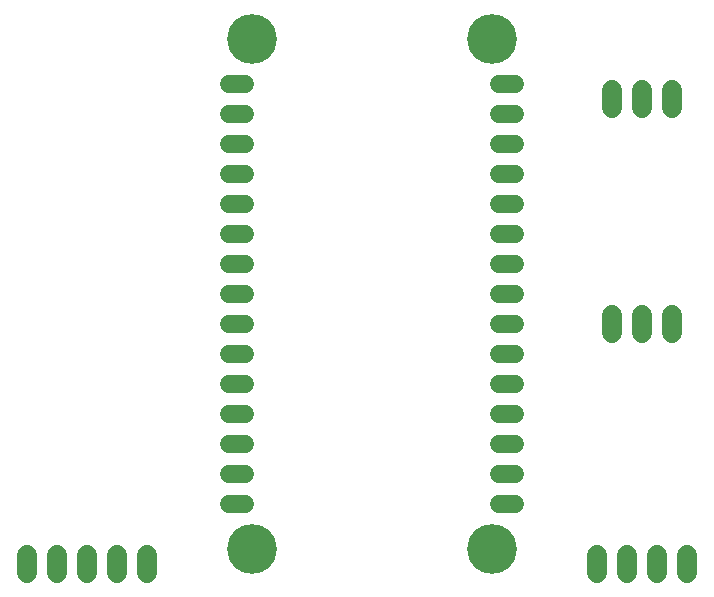
<source format=gbr>
G04 EAGLE Gerber RS-274X export*
G75*
%MOMM*%
%FSLAX34Y34*%
%LPD*%
%INSoldermask Top*%
%IPPOS*%
%AMOC8*
5,1,8,0,0,1.08239X$1,22.5*%
G01*
%ADD10C,1.727200*%
%ADD11C,1.511200*%
%ADD12C,3.203200*%
%ADD13C,4.219200*%


D10*
X838200Y538480D02*
X838200Y553720D01*
X863600Y553720D02*
X863600Y538480D01*
X889000Y538480D02*
X889000Y553720D01*
X444500Y350520D02*
X444500Y335280D01*
X419100Y335280D02*
X419100Y350520D01*
X393700Y350520D02*
X393700Y335280D01*
X368300Y335280D02*
X368300Y350520D01*
X342900Y350520D02*
X342900Y335280D01*
D11*
X742760Y749300D02*
X755840Y749300D01*
X755840Y723900D02*
X742760Y723900D01*
X742760Y698500D02*
X755840Y698500D01*
X755840Y673100D02*
X742760Y673100D01*
X742760Y647700D02*
X755840Y647700D01*
X755840Y622300D02*
X742760Y622300D01*
X742760Y596900D02*
X755840Y596900D01*
X755840Y571500D02*
X742760Y571500D01*
X742760Y546100D02*
X755840Y546100D01*
X755840Y520700D02*
X742760Y520700D01*
X742760Y495300D02*
X755840Y495300D01*
X755840Y469900D02*
X742760Y469900D01*
X742760Y444500D02*
X755840Y444500D01*
X755840Y419100D02*
X742760Y419100D01*
X742760Y393700D02*
X755840Y393700D01*
X527240Y749300D02*
X514160Y749300D01*
X514160Y723900D02*
X527240Y723900D01*
X527240Y698500D02*
X514160Y698500D01*
X514160Y673100D02*
X527240Y673100D01*
X527240Y647700D02*
X514160Y647700D01*
X514160Y622300D02*
X527240Y622300D01*
X527240Y596900D02*
X514160Y596900D01*
X514160Y571500D02*
X527240Y571500D01*
X527240Y546100D02*
X514160Y546100D01*
X514160Y520700D02*
X527240Y520700D01*
X527240Y495300D02*
X514160Y495300D01*
X514160Y469900D02*
X527240Y469900D01*
X527240Y444500D02*
X514160Y444500D01*
X514160Y419100D02*
X527240Y419100D01*
X527240Y393700D02*
X514160Y393700D01*
D12*
X736600Y787400D03*
X736600Y355600D03*
X533400Y355600D03*
X533400Y787400D03*
D13*
X736600Y787400D03*
X533400Y787400D03*
X533400Y355600D03*
X736600Y355600D03*
D10*
X901700Y350520D02*
X901700Y335280D01*
X876300Y335280D02*
X876300Y350520D01*
X850900Y350520D02*
X850900Y335280D01*
X825500Y335280D02*
X825500Y350520D01*
X889000Y728980D02*
X889000Y744220D01*
X863600Y744220D02*
X863600Y728980D01*
X838200Y728980D02*
X838200Y744220D01*
M02*

</source>
